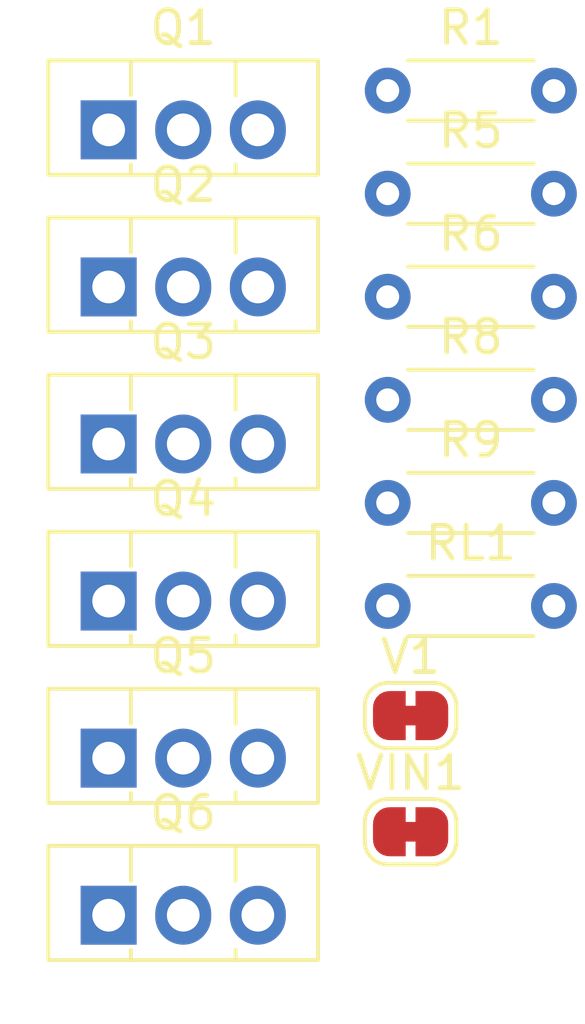
<source format=kicad_pcb>
(kicad_pcb (version 20240108) (generator "pcbnew") (generator_version "8.0")
  (layers (0 "F.Cu" signal) (31 "B.Cu" signal) (34 "B.Paste" user) (35 "F.Paste" user) (36 "B.SilkS" user "B.Silkscreen") (37 "F.SilkS" user "F.Silkscreen") (38 "B.Mask" user) (39 "F.Mask" user) (44 "Edge.Cuts" user))
  (net 0 "")
  (net 1 "Net-(Q3-E)")
  (net 2 "0")
  (net 3 "Vo")
  (net 4 "Vf")
  (net 5 "VIN")
  (net 6 "Net-(Q1-E)")
  (net 7 "Net-(Q2-E)")
  (net 8 "Net-(Q1-B)")
  (net 9 "Net-(Q2-C)")
  (net 10 "Vref")
  (net 11 "Net-(Q5-B)")
  (footprint "Package_TO_SOT_THT:TO-126-3_Vertical" (layer "F.Cu") (at 138.12 64.05)
    (property "Reference" "Q1" (at 2.28 -3.12 0) (layer "F.SilkS"))
    (property "Value" "BD140")
    (fp_line (start -1.841 -2.12) (end -1.841 1.37) (stroke (width 0.12)) (layer "F.SilkS"))
    (fp_line (start -1.841 -2.12) (end 6.4 -2.12) (stroke (width 0.12)) (layer "F.SilkS"))
    (fp_line (start -1.841 1.37) (end 6.4 1.37) (stroke (width 0.12)) (layer "F.SilkS"))
    (fp_line (start 0.68 -2.12) (end 0.68 -1.05) (stroke (width 0.12)) (layer "F.SilkS"))
    (fp_line (start 0.68 1.05) (end 0.68 1.37) (stroke (width 0.12)) (layer "F.SilkS"))
    (fp_line (start 3.88 -2.12) (end 3.88 -1.05) (stroke (width 0.12)) (layer "F.SilkS"))
    (fp_line (start 3.88 1.05) (end 3.88 1.37) (stroke (width 0.12)) (layer "F.SilkS"))
    (fp_line (start 6.4 -2.12) (end 6.4 1.37) (stroke (width 0.12)) (layer "F.SilkS"))
    (pad "1" thru_hole rect (at 0 0) (size 1.71 1.8) (drill 1) (layers "*.Cu" "*.Mask") (net 8 "Net-(Q1-B)"))
    (pad "2" thru_hole oval (at 2.28 0) (size 1.71 1.8) (drill 1) (layers "*.Cu" "*.Mask") (net 8 "Net-(Q1-B)"))
    (pad "3" thru_hole oval (at 4.56 0) (size 1.71 1.8) (drill 1) (layers "*.Cu" "*.Mask") (net 6 "Net-(Q1-E)"))
  )
  (footprint "Jumper:SolderJumper-2_P1.3mm_Bridged_RoundedPad1.0x1.5mm" (layer "F.Cu") (at 147.35 81.95)
    (property "Reference" "V1" (at 0 -1.8 0) (layer "F.SilkS"))
    (property "Value" "{VREFDC}")
    (fp_poly (pts (xy 0.25 -0.3) (xy -0.25 -0.3) (xy -0.25 0.3) (xy 0.25 0.3)) (fill solid) (layer "F.Cu"))
    (fp_line (start -1.4 0.3) (end -1.4 -0.3) (stroke (width 0.12)) (layer "F.SilkS"))
    (fp_line (start -0.7 -1) (end 0.7 -1) (stroke (width 0.12)) (layer "F.SilkS"))
    (fp_line (start 0.7 1) (end -0.7 1) (stroke (width 0.12)) (layer "F.SilkS"))
    (fp_line (start 1.4 -0.3) (end 1.4 0.3) (stroke (width 0.12)) (layer "F.SilkS"))
    (fp_arc (start -1.4 -0.3) (mid -1.194975 -0.794975) (end -0.7 -1) (stroke (width 0.12)) (layer "F.SilkS"))
    (fp_arc (start -0.7 1) (mid -1.194975 0.794975) (end -1.4 0.3) (stroke (width 0.12)) (layer "F.SilkS"))
    (fp_arc (start 0.7 -1) (mid 1.194975 -0.794975) (end 1.4 -0.3) (stroke (width 0.12)) (layer "F.SilkS"))
    (fp_arc (start 1.4 0.3) (mid 1.194975 0.794975) (end 0.7 1) (stroke (width 0.12)) (layer "F.SilkS"))
    (pad "1" smd custom (at -0.65 0) (size 1 0.5) (layers "F.Cu" "F.Mask") (net 10 "Vref") (options (clearance outline) (anchor rect)) (primitives (gr_circle (center 0 0.25) (end 0.5 0.25) (width 0) (fill yes)) (gr_circle (center 0 -0.25) (end 0.5 -0.25) (width 0) (fill yes)) (gr_poly (pts (xy 0.5 0.75) (xy 0 0.75) (xy 0 -0.75) (xy 0.5 -0.75)) (width 0) (fill yes))))
    (pad "2" smd custom (at 0.65 0) (size 1 0.5) (layers "F.Cu" "F.Mask") (net 2 "0") (options (clearance outline) (anchor rect)) (primitives (gr_circle (center 0 0.25) (end 0.5 0.25) (width 0) (fill yes)) (gr_circle (center 0 -0.25) (end 0.5 -0.25) (width 0) (fill yes)) (gr_poly (pts (xy 0 0.75) (xy -0.5 0.75) (xy -0.5 -0.75) (xy 0 -0.75)) (width 0) (fill yes))))
  )
  (footprint "Package_TO_SOT_THT:TO-126-3_Vertical" (layer "F.Cu") (at 138.12 73.65)
    (property "Reference" "Q3" (at 2.28 -3.12 0) (layer "F.SilkS"))
    (property "Value" "BD139_Cordell")
    (fp_line (start -1.841 -2.12) (end -1.841 1.37) (stroke (width 0.12)) (layer "F.SilkS"))
    (fp_line (start -1.841 -2.12) (end 6.4 -2.12) (stroke (width 0.12)) (layer "F.SilkS"))
    (fp_line (start -1.841 1.37) (end 6.4 1.37) (stroke (width 0.12)) (layer "F.SilkS"))
    (fp_line (start 0.68 -2.12) (end 0.68 -1.05) (stroke (width 0.12)) (layer "F.SilkS"))
    (fp_line (start 0.68 1.05) (end 0.68 1.37) (stroke (width 0.12)) (layer "F.SilkS"))
    (fp_line (start 3.88 -2.12) (end 3.88 -1.05) (stroke (width 0.12)) (layer "F.SilkS"))
    (fp_line (start 3.88 1.05) (end 3.88 1.37) (stroke (width 0.12)) (layer "F.SilkS"))
    (fp_line (start 6.4 -2.12) (end 6.4 1.37) (stroke (width 0.12)) (layer "F.SilkS"))
    (pad "1" thru_hole rect (at 0 0) (size 1.71 1.8) (drill 1) (layers "*.Cu" "*.Mask") (net 8 "Net-(Q1-B)"))
    (pad "2" thru_hole oval (at 2.28 0) (size 1.71 1.8) (drill 1) (layers "*.Cu" "*.Mask") (net 10 "Vref"))
    (pad "3" thru_hole oval (at 4.56 0) (size 1.71 1.8) (drill 1) (layers "*.Cu" "*.Mask") (net 1 "Net-(Q3-E)"))
  )
  (footprint "Resistor_THT:R_Axial_DIN0204_L3.6mm_D1.6mm_P5.08mm_Horizontal" (layer "F.Cu") (at 146.65 72.3)
    (property "Reference" "R8" (at 2.54 -1.92 0) (layer "F.SilkS"))
    (property "Value" "{RE}")
    (fp_line (start 0.62 -0.92) (end 4.46 -0.92) (stroke (width 0.12)) (layer "F.SilkS"))
    (fp_line (start 0.62 0.92) (end 4.46 0.92) (stroke (width 0.12)) (layer "F.SilkS"))
    (pad "1" thru_hole circle (at 0 0) (size 1.4 1.4) (drill 0.7) (layers "*.Cu" "*.Mask") (net 5 "VIN"))
    (pad "2" thru_hole oval (at 5.08 0) (size 1.4 1.4) (drill 0.7) (layers "*.Cu" "*.Mask") (net 6 "Net-(Q1-E)"))
  )
  (footprint "Resistor_THT:R_Axial_DIN0204_L3.6mm_D1.6mm_P5.08mm_Horizontal" (layer "F.Cu") (at 146.65 69.15)
    (property "Reference" "R6" (at 2.54 -1.92 0) (layer "F.SilkS"))
    (property "Value" "1k")
    (fp_line (start 0.62 -0.92) (end 4.46 -0.92) (stroke (width 0.12)) (layer "F.SilkS"))
    (fp_line (start 0.62 0.92) (end 4.46 0.92) (stroke (width 0.12)) (layer "F.SilkS"))
    (pad "1" thru_hole circle (at 0 0) (size 1.4 1.4) (drill 0.7) (layers "*.Cu" "*.Mask") (net 4 "Vf"))
    (pad "2" thru_hole oval (at 5.08 0) (size 1.4 1.4) (drill 0.7) (layers "*.Cu" "*.Mask") (net 2 "0"))
  )
  (footprint "Resistor_THT:R_Axial_DIN0204_L3.6mm_D1.6mm_P5.08mm_Horizontal" (layer "F.Cu") (at 146.65 75.45)
    (property "Reference" "R9" (at 2.54 -1.92 0) (layer "F.SilkS"))
    (property "Value" "{RE}")
    (fp_line (start 0.62 -0.92) (end 4.46 -0.92) (stroke (width 0.12)) (layer "F.SilkS"))
    (fp_line (start 0.62 0.92) (end 4.46 0.92) (stroke (width 0.12)) (layer "F.SilkS"))
    (pad "1" thru_hole circle (at 0 0) (size 1.4 1.4) (drill 0.7) (layers "*.Cu" "*.Mask") (net 5 "VIN"))
    (pad "2" thru_hole oval (at 5.08 0) (size 1.4 1.4) (drill 0.7) (layers "*.Cu" "*.Mask") (net 7 "Net-(Q2-E)"))
  )
  (footprint "Package_TO_SOT_THT:TO-126-3_Vertical" (layer "F.Cu") (at 138.12 83.25)
    (property "Reference" "Q5" (at 2.28 -3.12 0) (layer "F.SilkS"))
    (property "Value" "BD140")
    (fp_line (start -1.841 -2.12) (end -1.841 1.37) (stroke (width 0.12)) (layer "F.SilkS"))
    (fp_line (start -1.841 -2.12) (end 6.4 -2.12) (stroke (width 0.12)) (layer "F.SilkS"))
    (fp_line (start -1.841 1.37) (end 6.4 1.37) (stroke (width 0.12)) (layer "F.SilkS"))
    (fp_line (start 0.68 -2.12) (end 0.68 -1.05) (stroke (width 0.12)) (layer "F.SilkS"))
    (fp_line (start 0.68 1.05) (end 0.68 1.37) (stroke (width 0.12)) (layer "F.SilkS"))
    (fp_line (start 3.88 -2.12) (end 3.88 -1.05) (stroke (width 0.12)) (layer "F.SilkS"))
    (fp_line (start 3.88 1.05) (end 3.88 1.37) (stroke (width 0.12)) (layer "F.SilkS"))
    (fp_line (start 6.4 -2.12) (end 6.4 1.37) (stroke (width 0.12)) (layer "F.SilkS"))
    (pad "1" thru_hole rect (at 0 0) (size 1.71 1.8) (drill 1) (layers "*.Cu" "*.Mask") (net 3 "Vo"))
    (pad "2" thru_hole oval (at 2.28 0) (size 1.71 1.8) (drill 1) (layers "*.Cu" "*.Mask") (net 11 "Net-(Q5-B)"))
    (pad "3" thru_hole oval (at 4.56 0) (size 1.71 1.8) (drill 1) (layers "*.Cu" "*.Mask") (net 5 "VIN"))
  )
  (footprint "Package_TO_SOT_THT:TO-126-3_Vertical" (layer "F.Cu") (at 138.12 88.05)
    (property "Reference" "Q6" (at 2.28 -3.12 0) (layer "F.SilkS"))
    (property "Value" "BD139_Cordell")
    (fp_line (start -1.841 -2.12) (end -1.841 1.37) (stroke (width 0.12)) (layer "F.SilkS"))
    (fp_line (start -1.841 -2.12) (end 6.4 -2.12) (stroke (width 0.12)) (layer "F.SilkS"))
    (fp_line (start -1.841 1.37) (end 6.4 1.37) (stroke (width 0.12)) (layer "F.SilkS"))
    (fp_line (start 0.68 -2.12) (end 0.68 -1.05) (stroke (width 0.12)) (layer "F.SilkS"))
    (fp_line (start 0.68 1.05) (end 0.68 1.37) (stroke (width 0.12)) (layer "F.SilkS"))
    (fp_line (start 3.88 -2.12) (end 3.88 -1.05) (stroke (width 0.12)) (layer "F.SilkS"))
    (fp_line (start 3.88 1.05) (end 3.88 1.37) (stroke (width 0.12)) (layer "F.SilkS"))
    (fp_line (start 6.4 -2.12) (end 6.4 1.37) (stroke (width 0.12)) (layer "F.SilkS"))
    (pad "1" thru_hole rect (at 0 0) (size 1.71 1.8) (drill 1) (layers "*.Cu" "*.Mask") (net 11 "Net-(Q5-B)"))
    (pad "2" thru_hole oval (at 2.28 0) (size 1.71 1.8) (drill 1) (layers "*.Cu" "*.Mask") (net 9 "Net-(Q2-C)"))
    (pad "3" thru_hole oval (at 4.56 0) (size 1.71 1.8) (drill 1) (layers "*.Cu" "*.Mask") (net 3 "Vo"))
  )
  (footprint "Resistor_THT:R_Axial_DIN0204_L3.6mm_D1.6mm_P5.08mm_Horizontal" (layer "F.Cu") (at 146.65 62.85)
    (property "Reference" "R1" (at 2.54 -1.92 0) (layer "F.SilkS"))
    (property "Value" "500")
    (fp_line (start 0.62 -0.92) (end 4.46 -0.92) (stroke (width 0.12)) (layer "F.SilkS"))
    (fp_line (start 0.62 0.92) (end 4.46 0.92) (stroke (width 0.12)) (layer "F.SilkS"))
    (pad "1" thru_hole circle (at 0 0) (size 1.4 1.4) (drill 0.7) (layers "*.Cu" "*.Mask") (net 1 "Net-(Q3-E)"))
    (pad "2" thru_hole oval (at 5.08 0) (size 1.4 1.4) (drill 0.7) (layers "*.Cu" "*.Mask") (net 2 "0"))
  )
  (footprint "Package_TO_SOT_THT:TO-126-3_Vertical" (layer "F.Cu") (at 138.12 68.85)
    (property "Reference" "Q2" (at 2.28 -3.12 0) (layer "F.SilkS"))
    (property "Value" "BD140")
    (fp_line (start -1.841 -2.12) (end -1.841 1.37) (stroke (width 0.12)) (layer "F.SilkS"))
    (fp_line (start -1.841 -2.12) (end 6.4 -2.12) (stroke (width 0.12)) (layer "F.SilkS"))
    (fp_line (start -1.841 1.37) (end 6.4 1.37) (stroke (width 0.12)) (layer "F.SilkS"))
    (fp_line (start 0.68 -2.12) (end 0.68 -1.05) (stroke (width 0.12)) (layer "F.SilkS"))
    (fp_line (start 0.68 1.05) (end 0.68 1.37) (stroke (width 0.12)) (layer "F.SilkS"))
    (fp_line (start 3.88 -2.12) (end 3.88 -1.05) (stroke (width 0.12)) (layer "F.SilkS"))
    (fp_line (start 3.88 1.05) (end 3.88 1.37) (stroke (width 0.12)) (layer "F.SilkS"))
    (fp_line (start 6.4 -2.12) (end 6.4 1.37) (stroke (width 0.12)) (layer "F.SilkS"))
    (pad "1" thru_hole rect (at 0 0) (size 1.71 1.8) (drill 1) (layers "*.Cu" "*.Mask") (net 9 "Net-(Q2-C)"))
    (pad "2" thru_hole oval (at 2.28 0) (size 1.71 1.8) (drill 1) (layers "*.Cu" "*.Mask") (net 8 "Net-(Q1-B)"))
    (pad "3" thru_hole oval (at 4.56 0) (size 1.71 1.8) (drill 1) (layers "*.Cu" "*.Mask") (net 7 "Net-(Q2-E)"))
  )
  (footprint "Resistor_THT:R_Axial_DIN0204_L3.6mm_D1.6mm_P5.08mm_Horizontal" (layer "F.Cu") (at 146.65 78.6)
    (property "Reference" "RL1" (at 2.54 -1.92 0) (layer "F.SilkS"))
    (property "Value" "{RL}")
    (fp_line (start 0.62 -0.92) (end 4.46 -0.92) (stroke (width 0.12)) (layer "F.SilkS"))
    (fp_line (start 0.62 0.92) (end 4.46 0.92) (stroke (width 0.12)) (layer "F.SilkS"))
    (pad "1" thru_hole circle (at 0 0) (size 1.4 1.4) (drill 0.7) (layers "*.Cu" "*.Mask") (net 3 "Vo"))
    (pad "2" thru_hole oval (at 5.08 0) (size 1.4 1.4) (drill 0.7) (layers "*.Cu" "*.Mask") (net 2 "0"))
  )
  (footprint "Resistor_THT:R_Axial_DIN0204_L3.6mm_D1.6mm_P5.08mm_Horizontal" (layer "F.Cu") (at 146.65 66)
    (property "Reference" "R5" (at 2.54 -1.92 0) (layer "F.SilkS"))
    (property "Value" "3.16k")
    (fp_line (start 0.62 -0.92) (end 4.46 -0.92) (stroke (width 0.12)) (layer "F.SilkS"))
    (fp_line (start 0.62 0.92) (end 4.46 0.92) (stroke (width 0.12)) (layer "F.SilkS"))
    (pad "1" thru_hole circle (at 0 0) (size 1.4 1.4) (drill 0.7) (layers "*.Cu" "*.Mask") (net 3 "Vo"))
    (pad "2" thru_hole oval (at 5.08 0) (size 1.4 1.4) (drill 0.7) (layers "*.Cu" "*.Mask") (net 4 "Vf"))
  )
  (footprint "Jumper:SolderJumper-2_P1.3mm_Bridged_RoundedPad1.0x1.5mm" (layer "F.Cu") (at 147.35 85.5)
    (property "Reference" "VIN1" (at 0 -1.8 0) (layer "F.SilkS"))
    (property "Value" "{VINDC}")
    (fp_poly (pts (xy 0.25 -0.3) (xy -0.25 -0.3) (xy -0.25 0.3) (xy 0.25 0.3)) (fill solid) (layer "F.Cu"))
    (fp_line (start -1.4 0.3) (end -1.4 -0.3) (stroke (width 0.12)) (layer "F.SilkS"))
    (fp_line (start -0.7 -1) (end 0.7 -1) (stroke (width 0.12)) (layer "F.SilkS"))
    (fp_line (start 0.7 1) (end -0.7 1) (stroke (width 0.12)) (layer "F.SilkS"))
    (fp_line (start 1.4 -0.3) (end 1.4 0.3) (stroke (width 0.12)) (layer "F.SilkS"))
    (fp_arc (start -1.4 -0.3) (mid -1.194975 -0.794975) (end -0.7 -1) (stroke (width 0.12)) (layer "F.SilkS"))
    (fp_arc (start -0.7 1) (mid -1.194975 0.794975) (end -1.4 0.3) (stroke (width 0.12)) (layer "F.SilkS"))
    (fp_arc (start 0.7 -1) (mid 1.194975 -0.794975) (end 1.4 -0.3) (stroke (width 0.12)) (layer "F.SilkS"))
    (fp_arc (start 1.4 0.3) (mid 1.194975 0.794975) (end 0.7 1) (stroke (width 0.12)) (layer "F.SilkS"))
    (pad "1" smd custom (at -0.65 0) (size 1 0.5) (layers "F.Cu" "F.Mask") (net 5 "VIN") (options (clearance outline) (anchor rect)) (primitives (gr_circle (center 0 0.25) (end 0.5 0.25) (width 0) (fill yes)) (gr_circle (center 0 -0.25) (end 0.5 -0.25) (width 0) (fill yes)) (gr_poly (pts (xy 0.5 0.75) (xy 0 0.75) (xy 0 -0.75) (xy 0.5 -0.75)) (width 0) (fill yes))))
    (pad "2" smd custom (at 0.65 0) (size 1 0.5) (layers "F.Cu" "F.Mask") (net 2 "0") (options (clearance outline) (anchor rect)) (primitives (gr_circle (center 0 0.25) (end 0.5 0.25) (width 0) (fill yes)) (gr_circle (center 0 -0.25) (end 0.5 -0.25) (width 0) (fill yes)) (gr_poly (pts (xy 0 0.75) (xy -0.5 0.75) (xy -0.5 -0.75) (xy 0 -0.75)) (width 0) (fill yes))))
  )
  (footprint "Package_TO_SOT_THT:TO-126-3_Vertical" (layer "F.Cu") (at 138.12 78.45)
    (property "Reference" "Q4" (at 2.28 -3.12 0) (layer "F.SilkS"))
    (property "Value" "BD139_Cordell")
    (fp_line (start -1.841 -2.12) (end -1.841 1.37) (stroke (width 0.12)) (layer "F.SilkS"))
    (fp_line (start -1.841 -2.12) (end 6.4 -2.12) (stroke (width 0.12)) (layer "F.SilkS"))
    (fp_line (start -1.841 1.37) (end 6.4 1.37) (stroke (width 0.12)) (layer "F.SilkS"))
    (fp_line (start 0.68 -2.12) (end 0.68 -1.05) (stroke (width 0.12)) (layer "F.SilkS"))
    (fp_line (start 0.68 1.05) (end 0.68 1.37) (stroke (width 0.12)) (layer "F.SilkS"))
    (fp_line (start 3.88 -2.12) (end 3.88 -1.05) (stroke (width 0.12)) (layer "F.SilkS"))
    (fp_line (start 3.88 1.05) (end 3.88 1.37) (stroke (width 0.12)) (layer "F.SilkS"))
    (fp_line (start 6.4 -2.12) (end 6.4 1.37) (stroke (width 0.12)) (layer "F.SilkS"))
    (pad "1" thru_hole rect (at 0 0) (size 1.71 1.8) (drill 1) (layers "*.Cu" "*.Mask") (net 9 "Net-(Q2-C)"))
    (pad "2" thru_hole oval (at 2.28 0) (size 1.71 1.8) (drill 1) (layers "*.Cu" "*.Mask") (net 4 "Vf"))
    (pad "3" thru_hole oval (at 4.56 0) (size 1.71 1.8) (drill 1) (layers "*.Cu" "*.Mask") (net 1 "Net-(Q3-E)"))
  )
)
</source>
